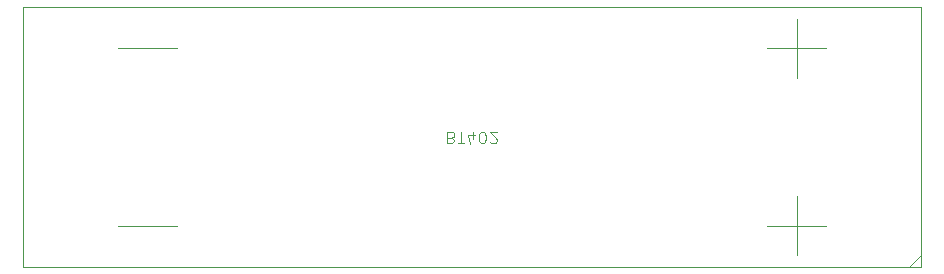
<source format=gbr>
%TF.GenerationSoftware,KiCad,Pcbnew,8.0.2*%
%TF.CreationDate,2025-08-03T00:44:16+02:00*%
%TF.ProjectId,MarinaWatch,4d617269-6e61-4576-9174-63682e6b6963,rev?*%
%TF.SameCoordinates,Original*%
%TF.FileFunction,Legend,Bot*%
%TF.FilePolarity,Positive*%
%FSLAX46Y46*%
G04 Gerber Fmt 4.6, Leading zero omitted, Abs format (unit mm)*
G04 Created by KiCad (PCBNEW 8.0.2) date 2025-08-03 00:44:16*
%MOMM*%
%LPD*%
G01*
G04 APERTURE LIST*
%ADD10C,0.100000*%
G04 APERTURE END LIST*
D10*
X160261904Y-107066390D02*
X160404761Y-107018771D01*
X160404761Y-107018771D02*
X160452380Y-106971152D01*
X160452380Y-106971152D02*
X160499999Y-106875914D01*
X160499999Y-106875914D02*
X160499999Y-106733057D01*
X160499999Y-106733057D02*
X160452380Y-106637819D01*
X160452380Y-106637819D02*
X160404761Y-106590200D01*
X160404761Y-106590200D02*
X160309523Y-106542580D01*
X160309523Y-106542580D02*
X159928571Y-106542580D01*
X159928571Y-106542580D02*
X159928571Y-107542580D01*
X159928571Y-107542580D02*
X160261904Y-107542580D01*
X160261904Y-107542580D02*
X160357142Y-107494961D01*
X160357142Y-107494961D02*
X160404761Y-107447342D01*
X160404761Y-107447342D02*
X160452380Y-107352104D01*
X160452380Y-107352104D02*
X160452380Y-107256866D01*
X160452380Y-107256866D02*
X160404761Y-107161628D01*
X160404761Y-107161628D02*
X160357142Y-107114009D01*
X160357142Y-107114009D02*
X160261904Y-107066390D01*
X160261904Y-107066390D02*
X159928571Y-107066390D01*
X160785714Y-107542580D02*
X161357142Y-107542580D01*
X161071428Y-106542580D02*
X161071428Y-107542580D01*
X162119047Y-107209247D02*
X162119047Y-106542580D01*
X161880952Y-107590200D02*
X161642857Y-106875914D01*
X161642857Y-106875914D02*
X162261904Y-106875914D01*
X162833333Y-107542580D02*
X162928571Y-107542580D01*
X162928571Y-107542580D02*
X163023809Y-107494961D01*
X163023809Y-107494961D02*
X163071428Y-107447342D01*
X163071428Y-107447342D02*
X163119047Y-107352104D01*
X163119047Y-107352104D02*
X163166666Y-107161628D01*
X163166666Y-107161628D02*
X163166666Y-106923533D01*
X163166666Y-106923533D02*
X163119047Y-106733057D01*
X163119047Y-106733057D02*
X163071428Y-106637819D01*
X163071428Y-106637819D02*
X163023809Y-106590200D01*
X163023809Y-106590200D02*
X162928571Y-106542580D01*
X162928571Y-106542580D02*
X162833333Y-106542580D01*
X162833333Y-106542580D02*
X162738095Y-106590200D01*
X162738095Y-106590200D02*
X162690476Y-106637819D01*
X162690476Y-106637819D02*
X162642857Y-106733057D01*
X162642857Y-106733057D02*
X162595238Y-106923533D01*
X162595238Y-106923533D02*
X162595238Y-107161628D01*
X162595238Y-107161628D02*
X162642857Y-107352104D01*
X162642857Y-107352104D02*
X162690476Y-107447342D01*
X162690476Y-107447342D02*
X162738095Y-107494961D01*
X162738095Y-107494961D02*
X162833333Y-107542580D01*
X163547619Y-107447342D02*
X163595238Y-107494961D01*
X163595238Y-107494961D02*
X163690476Y-107542580D01*
X163690476Y-107542580D02*
X163928571Y-107542580D01*
X163928571Y-107542580D02*
X164023809Y-107494961D01*
X164023809Y-107494961D02*
X164071428Y-107447342D01*
X164071428Y-107447342D02*
X164119047Y-107352104D01*
X164119047Y-107352104D02*
X164119047Y-107256866D01*
X164119047Y-107256866D02*
X164071428Y-107114009D01*
X164071428Y-107114009D02*
X163500000Y-106542580D01*
X163500000Y-106542580D02*
X164119047Y-106542580D01*
%TO.C,BT402*%
X200000000Y-96000000D02*
X124000000Y-96000000D01*
X124000000Y-118000000D01*
X200000000Y-118000000D01*
X200000000Y-96000000D01*
X200000000Y-117000000D02*
X199000000Y-118000000D01*
X189500000Y-97000000D02*
X189500000Y-102000000D01*
X189500000Y-112000000D02*
X189500000Y-117000000D01*
X192000000Y-99500000D02*
X187000000Y-99500000D01*
X192000000Y-114500000D02*
X187000000Y-114500000D01*
X137000000Y-99500000D02*
X132000000Y-99500000D01*
X137000000Y-114500000D02*
X132000000Y-114500000D01*
%TD*%
M02*

</source>
